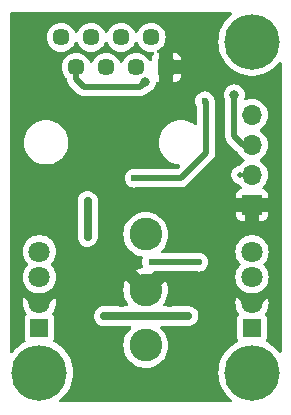
<source format=gbr>
%TF.GenerationSoftware,KiCad,Pcbnew,7.0.10*%
%TF.CreationDate,2025-01-30T23:30:39+01:00*%
%TF.ProjectId,Panel,50616e65-6c2e-46b6-9963-61645f706362,rev?*%
%TF.SameCoordinates,Original*%
%TF.FileFunction,Copper,L2,Bot*%
%TF.FilePolarity,Positive*%
%FSLAX46Y46*%
G04 Gerber Fmt 4.6, Leading zero omitted, Abs format (unit mm)*
G04 Created by KiCad (PCBNEW 7.0.10) date 2025-01-30 23:30:39*
%MOMM*%
%LPD*%
G01*
G04 APERTURE LIST*
%TA.AperFunction,ComponentPad*%
%ADD10R,1.500000X1.500000*%
%TD*%
%TA.AperFunction,ComponentPad*%
%ADD11C,1.800000*%
%TD*%
%TA.AperFunction,ComponentPad*%
%ADD12C,2.775000*%
%TD*%
%TA.AperFunction,ComponentPad*%
%ADD13C,4.700000*%
%TD*%
%TA.AperFunction,ComponentPad*%
%ADD14R,1.700000X1.700000*%
%TD*%
%TA.AperFunction,ComponentPad*%
%ADD15O,1.700000X1.700000*%
%TD*%
%TA.AperFunction,ComponentPad*%
%ADD16R,1.446000X1.446000*%
%TD*%
%TA.AperFunction,ComponentPad*%
%ADD17C,1.446000*%
%TD*%
%TA.AperFunction,ViaPad*%
%ADD18C,0.600000*%
%TD*%
%TA.AperFunction,ViaPad*%
%ADD19C,0.800000*%
%TD*%
%TA.AperFunction,Conductor*%
%ADD20C,0.700000*%
%TD*%
%TA.AperFunction,Conductor*%
%ADD21C,0.500000*%
%TD*%
G04 APERTURE END LIST*
D10*
%TO.P,D3,1,DO*%
%TO.N,unconnected-(D3-DO-Pad1)*%
X171000000Y-94238500D03*
D11*
%TO.P,D3,2,GND*%
%TO.N,GND1*%
X171000000Y-92079500D03*
%TO.P,D3,3,VDD*%
%TO.N,+5V*%
X171000000Y-89920500D03*
%TO.P,D3,4,DI*%
%TO.N,OUT_1*%
X171000000Y-87761500D03*
%TD*%
D10*
%TO.P,D1,1,DO*%
%TO.N,unconnected-(D1-DO-Pad1)*%
X153000000Y-94238500D03*
D11*
%TO.P,D1,2,GND*%
%TO.N,GND1*%
X153000000Y-92079500D03*
%TO.P,D1,3,VDD*%
%TO.N,+5V*%
X153000000Y-89920500D03*
%TO.P,D1,4,DI*%
%TO.N,OUT_1*%
X153000000Y-87761500D03*
%TD*%
D12*
%TO.P,S1,1,NO*%
%TO.N,IN1*%
X162000000Y-95700000D03*
%TO.P,S1,2,COM*%
%TO.N,GND1*%
X162000000Y-91000000D03*
%TO.P,S1,3,NO*%
%TO.N,IN2*%
X162000000Y-86300000D03*
%TD*%
D13*
%TO.P,H3,1*%
%TO.N,N/C*%
X171000000Y-98000000D03*
%TD*%
%TO.P,H1,1*%
%TO.N,N/C*%
X171000000Y-70000000D03*
%TD*%
%TO.P,H2,1*%
%TO.N,N/C*%
X153000000Y-98000000D03*
%TD*%
D14*
%TO.P,J2,1,Pin_1*%
%TO.N,GND1*%
X171000000Y-83800000D03*
D15*
%TO.P,J2,2,Pin_2*%
%TO.N,OUT2*%
X171000000Y-81260000D03*
%TO.P,J2,3,Pin_3*%
%TO.N,IN3*%
X171000000Y-78720000D03*
%TO.P,J2,4,Pin_4*%
%TO.N,IN4*%
X171000000Y-76180000D03*
%TD*%
D16*
%TO.P,J1,1*%
%TO.N,GND1*%
X163730000Y-72150000D03*
D17*
%TO.P,J1,2*%
%TO.N,OUT1*%
X162460000Y-69610000D03*
%TO.P,J1,3*%
%TO.N,OUT2*%
X161190000Y-72150000D03*
%TO.P,J1,4*%
%TO.N,IN1*%
X159920000Y-69610000D03*
%TO.P,J1,5*%
%TO.N,IN2*%
X158650000Y-72150000D03*
%TO.P,J1,6*%
%TO.N,IN3*%
X157380000Y-69610000D03*
%TO.P,J1,7*%
%TO.N,IN4*%
X156110000Y-72150000D03*
%TO.P,J1,8*%
%TO.N,V_IN*%
X154840000Y-69610000D03*
%TD*%
D18*
%TO.N,GND1*%
X151000000Y-77000000D03*
X168000000Y-68000000D03*
X151000000Y-84500000D03*
X173000000Y-91000000D03*
X173000000Y-94000000D03*
X168000000Y-82500000D03*
X159000000Y-80500000D03*
X164076000Y-89662000D03*
X159000000Y-76500000D03*
X164250000Y-83000000D03*
X156000000Y-97000000D03*
X153250000Y-68000000D03*
X160000000Y-81500000D03*
X154424000Y-73787000D03*
X160000000Y-80500000D03*
X151000000Y-94000000D03*
X159000000Y-97000000D03*
X151000000Y-80750000D03*
X173000000Y-73000000D03*
X163250000Y-83000000D03*
X173000000Y-80500000D03*
X159000000Y-77500000D03*
X160000000Y-77500000D03*
X173000000Y-77000000D03*
X151000000Y-88000000D03*
X168000000Y-94000000D03*
X163700000Y-73800000D03*
X173000000Y-83750000D03*
X168000000Y-73500000D03*
X160012000Y-89662000D03*
X165300000Y-73800000D03*
X165000000Y-97000000D03*
X153535000Y-72898000D03*
X151000000Y-86000000D03*
X160012000Y-92202000D03*
X168000000Y-97000000D03*
X173000000Y-88000000D03*
X151000000Y-91000000D03*
X164076000Y-92202000D03*
X161000000Y-80500000D03*
X169000000Y-83750000D03*
X165300000Y-72135000D03*
%TO.N,+5V*%
X165600000Y-93218000D03*
X158488000Y-93218000D03*
X157085600Y-83500000D03*
X157085600Y-86500000D03*
%TO.N,OUT1*%
X167000000Y-75000000D03*
X161028000Y-81534000D03*
D19*
%TO.N,IN3*%
X169500000Y-74500000D03*
%TO.N,IN4*%
X161950000Y-73398959D03*
D18*
%TO.N,OUT_1*%
X162500000Y-88646000D03*
X166500000Y-88646000D03*
%TD*%
D20*
%TO.N,+5V*%
X157085600Y-86500000D02*
X157085600Y-83500000D01*
X158488000Y-93218000D02*
X165600000Y-93218000D01*
D21*
%TO.N,OUT1*%
X167125000Y-75125000D02*
X167125000Y-79380204D01*
X164971204Y-81534000D02*
X161028000Y-81534000D01*
X167125000Y-79380204D02*
X164971204Y-81534000D01*
X167000000Y-75000000D02*
X167125000Y-75125000D01*
%TO.N,IN3*%
X169500000Y-74500000D02*
X169500000Y-78000000D01*
X170220000Y-78720000D02*
X171000000Y-78720000D01*
X169500000Y-78000000D02*
X170220000Y-78720000D01*
%TO.N,IN4*%
X161530959Y-73818000D02*
X156772000Y-73818000D01*
X156110000Y-72150000D02*
X156325000Y-72150000D01*
X156110000Y-73156000D02*
X156110000Y-72150000D01*
X161950000Y-73398959D02*
X161530959Y-73818000D01*
X156772000Y-73818000D02*
X156110000Y-73156000D01*
%TO.N,OUT_1*%
X162500000Y-88646000D02*
X166500000Y-88646000D01*
%TO.N,OUT2*%
X170000000Y-81260000D02*
X169980000Y-81280000D01*
%TD*%
%TA.AperFunction,Conductor*%
%TO.N,GND1*%
G36*
X169270549Y-67520185D02*
G01*
X169316304Y-67572989D01*
X169326248Y-67642147D01*
X169297223Y-67705703D01*
X169283216Y-67719489D01*
X169133127Y-67845427D01*
X169040553Y-67923107D01*
X168812690Y-68164629D01*
X168812687Y-68164632D01*
X168812685Y-68164635D01*
X168812678Y-68164643D01*
X168614406Y-68430968D01*
X168448385Y-68718525D01*
X168448379Y-68718538D01*
X168316866Y-69023419D01*
X168221634Y-69341518D01*
X168221631Y-69341532D01*
X168163977Y-69668504D01*
X168163976Y-69668515D01*
X168144669Y-69999996D01*
X168144669Y-70000003D01*
X168163976Y-70331484D01*
X168163977Y-70331495D01*
X168221631Y-70658467D01*
X168221634Y-70658481D01*
X168221635Y-70658485D01*
X168231255Y-70690618D01*
X168316866Y-70976580D01*
X168448379Y-71281461D01*
X168448385Y-71281474D01*
X168614406Y-71569031D01*
X168812678Y-71835356D01*
X168812683Y-71835362D01*
X168812690Y-71835371D01*
X169040553Y-72076893D01*
X169167758Y-72183630D01*
X169294912Y-72290325D01*
X169294920Y-72290331D01*
X169572330Y-72472787D01*
X169572334Y-72472789D01*
X169869061Y-72621811D01*
X170181082Y-72735377D01*
X170181088Y-72735378D01*
X170181090Y-72735379D01*
X170504161Y-72811949D01*
X170504168Y-72811950D01*
X170504177Y-72811952D01*
X170833977Y-72850500D01*
X170833984Y-72850500D01*
X171166016Y-72850500D01*
X171166023Y-72850500D01*
X171495823Y-72811952D01*
X171495832Y-72811949D01*
X171495838Y-72811949D01*
X171757219Y-72750000D01*
X171818918Y-72735377D01*
X172130939Y-72621811D01*
X172427666Y-72472789D01*
X172705085Y-72290327D01*
X172959447Y-72076893D01*
X173187310Y-71835371D01*
X173187322Y-71835354D01*
X173187327Y-71835349D01*
X173276037Y-71716191D01*
X173331859Y-71674171D01*
X173401537Y-71669002D01*
X173462949Y-71702325D01*
X173496596Y-71763559D01*
X173499500Y-71790238D01*
X173499500Y-96209761D01*
X173479815Y-96276800D01*
X173427011Y-96322555D01*
X173357853Y-96332499D01*
X173294297Y-96303474D01*
X173276037Y-96283809D01*
X173187321Y-96164643D01*
X173187314Y-96164635D01*
X173187310Y-96164629D01*
X172959447Y-95923107D01*
X172797153Y-95786926D01*
X172705087Y-95709674D01*
X172705079Y-95709668D01*
X172427672Y-95527214D01*
X172228864Y-95427368D01*
X172177790Y-95379690D01*
X172160601Y-95311968D01*
X172182754Y-95245703D01*
X172185252Y-95242244D01*
X172193796Y-95230831D01*
X172244091Y-95095983D01*
X172250500Y-95036373D01*
X172250499Y-93440628D01*
X172244091Y-93381017D01*
X172193796Y-93246169D01*
X172193795Y-93246168D01*
X172193793Y-93246164D01*
X172107548Y-93130957D01*
X172107546Y-93130954D01*
X172107542Y-93130951D01*
X172101807Y-93125215D01*
X172068325Y-93063890D01*
X172073312Y-92994199D01*
X172098269Y-92953547D01*
X172108581Y-92942346D01*
X172108584Y-92942342D01*
X172235482Y-92748111D01*
X172328682Y-92535635D01*
X172385638Y-92310718D01*
X172404798Y-92079505D01*
X172404798Y-92079494D01*
X172385638Y-91848281D01*
X172328682Y-91623364D01*
X172328680Y-91623360D01*
X172321359Y-91606667D01*
X171087680Y-92840346D01*
X171026357Y-92873831D01*
X170956665Y-92868847D01*
X170912318Y-92840346D01*
X170117465Y-92045492D01*
X170546190Y-92045492D01*
X170556327Y-92180765D01*
X170605887Y-92307041D01*
X170690465Y-92413099D01*
X170802547Y-92489516D01*
X170932173Y-92529500D01*
X171033724Y-92529500D01*
X171134138Y-92514365D01*
X171256357Y-92455507D01*
X171355798Y-92363240D01*
X171423625Y-92245760D01*
X171453810Y-92113508D01*
X171443673Y-91978235D01*
X171394113Y-91851959D01*
X171309535Y-91745901D01*
X171197453Y-91669484D01*
X171067827Y-91629500D01*
X170966276Y-91629500D01*
X170865862Y-91644635D01*
X170743643Y-91703493D01*
X170644202Y-91795760D01*
X170576375Y-91913240D01*
X170546190Y-92045492D01*
X170117465Y-92045492D01*
X169678640Y-91606667D01*
X169671318Y-91623361D01*
X169614361Y-91848281D01*
X169595202Y-92079494D01*
X169595202Y-92079505D01*
X169614361Y-92310718D01*
X169671317Y-92535635D01*
X169764516Y-92748109D01*
X169891417Y-92942346D01*
X169901738Y-92953558D01*
X169932659Y-93016213D01*
X169924796Y-93085639D01*
X169898195Y-93125212D01*
X169892452Y-93130955D01*
X169806206Y-93246164D01*
X169806202Y-93246171D01*
X169755908Y-93381017D01*
X169749501Y-93440616D01*
X169749500Y-93440629D01*
X169749500Y-95036370D01*
X169749501Y-95036376D01*
X169755908Y-95095983D01*
X169806202Y-95230828D01*
X169806204Y-95230831D01*
X169814750Y-95242247D01*
X169839168Y-95307711D01*
X169824317Y-95375985D01*
X169774912Y-95425390D01*
X169771135Y-95427369D01*
X169572330Y-95527212D01*
X169294920Y-95709668D01*
X169294912Y-95709674D01*
X169088936Y-95882508D01*
X169040553Y-95923107D01*
X168812690Y-96164629D01*
X168812687Y-96164632D01*
X168812685Y-96164635D01*
X168812678Y-96164643D01*
X168614406Y-96430968D01*
X168448385Y-96718525D01*
X168448379Y-96718538D01*
X168316866Y-97023419D01*
X168221634Y-97341518D01*
X168221631Y-97341532D01*
X168163977Y-97668504D01*
X168163976Y-97668515D01*
X168144669Y-97999996D01*
X168144669Y-98000003D01*
X168163976Y-98331484D01*
X168163977Y-98331495D01*
X168221631Y-98658467D01*
X168221634Y-98658481D01*
X168316866Y-98976580D01*
X168448379Y-99281461D01*
X168448385Y-99281474D01*
X168614406Y-99569031D01*
X168812678Y-99835356D01*
X168812683Y-99835362D01*
X168812690Y-99835371D01*
X169040553Y-100076893D01*
X169210724Y-100219683D01*
X169283216Y-100280511D01*
X169321918Y-100338682D01*
X169323026Y-100408543D01*
X169286189Y-100467913D01*
X169223102Y-100497942D01*
X169203510Y-100499500D01*
X154796490Y-100499500D01*
X154729451Y-100479815D01*
X154683696Y-100427011D01*
X154673752Y-100357853D01*
X154702777Y-100294297D01*
X154716784Y-100280511D01*
X154767341Y-100238087D01*
X154959447Y-100076893D01*
X155187310Y-99835371D01*
X155385594Y-99569030D01*
X155551617Y-99281470D01*
X155683133Y-98976581D01*
X155778365Y-98658485D01*
X155836024Y-98331484D01*
X155855331Y-98000000D01*
X155836024Y-97668516D01*
X155778365Y-97341515D01*
X155683133Y-97023419D01*
X155551617Y-96718530D01*
X155417546Y-96486312D01*
X155385593Y-96430968D01*
X155187321Y-96164643D01*
X155187314Y-96164635D01*
X155187310Y-96164629D01*
X154959447Y-95923107D01*
X154797153Y-95786926D01*
X154705087Y-95709674D01*
X154705079Y-95709668D01*
X154427672Y-95527214D01*
X154228864Y-95427368D01*
X154177790Y-95379690D01*
X154160601Y-95311968D01*
X154182754Y-95245703D01*
X154185252Y-95242244D01*
X154193796Y-95230831D01*
X154244091Y-95095983D01*
X154250500Y-95036373D01*
X154250499Y-93440628D01*
X154244091Y-93381017D01*
X154193796Y-93246169D01*
X154193795Y-93246168D01*
X154193793Y-93246164D01*
X154138037Y-93171685D01*
X157633740Y-93171685D01*
X157643755Y-93356406D01*
X157643755Y-93356411D01*
X157693244Y-93534656D01*
X157693247Y-93534662D01*
X157779898Y-93698102D01*
X157842540Y-93771850D01*
X157899663Y-93839100D01*
X158046936Y-93951054D01*
X158214833Y-94028732D01*
X158214834Y-94028732D01*
X158214836Y-94028733D01*
X158269648Y-94040797D01*
X158395503Y-94068500D01*
X160662102Y-94068500D01*
X160729141Y-94088185D01*
X160774896Y-94140989D01*
X160784840Y-94210147D01*
X160755815Y-94273703D01*
X160749783Y-94280181D01*
X160569509Y-94460454D01*
X160569493Y-94460472D01*
X160407657Y-94676660D01*
X160407652Y-94676668D01*
X160278230Y-94913687D01*
X160278228Y-94913691D01*
X160183848Y-95166736D01*
X160126443Y-95430617D01*
X160107177Y-95699998D01*
X160107177Y-95700001D01*
X160126443Y-95969382D01*
X160183848Y-96233263D01*
X160183850Y-96233270D01*
X160220300Y-96330996D01*
X160278228Y-96486308D01*
X160278230Y-96486312D01*
X160407652Y-96723331D01*
X160407657Y-96723339D01*
X160569493Y-96939527D01*
X160569509Y-96939545D01*
X160760454Y-97130490D01*
X160760472Y-97130506D01*
X160976660Y-97292342D01*
X160976668Y-97292347D01*
X161213687Y-97421769D01*
X161213691Y-97421771D01*
X161213693Y-97421772D01*
X161466730Y-97516150D01*
X161598676Y-97544853D01*
X161730617Y-97573556D01*
X161730619Y-97573556D01*
X161730623Y-97573557D01*
X161970007Y-97590677D01*
X161999999Y-97592823D01*
X162000000Y-97592823D01*
X162000001Y-97592823D01*
X162026987Y-97590892D01*
X162269377Y-97573557D01*
X162533270Y-97516150D01*
X162786307Y-97421772D01*
X163023337Y-97292344D01*
X163239535Y-97130500D01*
X163430500Y-96939535D01*
X163592344Y-96723337D01*
X163721772Y-96486307D01*
X163816150Y-96233270D01*
X163873557Y-95969377D01*
X163892823Y-95700000D01*
X163873557Y-95430623D01*
X163816150Y-95166730D01*
X163721772Y-94913693D01*
X163592344Y-94676663D01*
X163592342Y-94676660D01*
X163430506Y-94460472D01*
X163430490Y-94460454D01*
X163250217Y-94280181D01*
X163216732Y-94218858D01*
X163221716Y-94149166D01*
X163263588Y-94093233D01*
X163329052Y-94068816D01*
X163337898Y-94068500D01*
X165646107Y-94068500D01*
X165646113Y-94068500D01*
X165783910Y-94053514D01*
X165959221Y-93994444D01*
X166117736Y-93899070D01*
X166252041Y-93771849D01*
X166355858Y-93618730D01*
X166424331Y-93446875D01*
X166454260Y-93264317D01*
X166444245Y-93079593D01*
X166444244Y-93079588D01*
X166394755Y-92901343D01*
X166394752Y-92901337D01*
X166308101Y-92737897D01*
X166188337Y-92596900D01*
X166109449Y-92536931D01*
X166041064Y-92484946D01*
X165873167Y-92407268D01*
X165873163Y-92407266D01*
X165692497Y-92367500D01*
X163581802Y-92367500D01*
X163514763Y-92347815D01*
X163469008Y-92295011D01*
X163459064Y-92225853D01*
X163482535Y-92169189D01*
X163591924Y-92023061D01*
X163591925Y-92023060D01*
X163721313Y-91786104D01*
X163721315Y-91786100D01*
X163815670Y-91533123D01*
X163873059Y-91269310D01*
X163892321Y-91000001D01*
X163892321Y-90999998D01*
X163873059Y-90730689D01*
X163815670Y-90466876D01*
X163721317Y-90213905D01*
X163721315Y-90213900D01*
X163690698Y-90157828D01*
X162925000Y-90923526D01*
X162925000Y-90902779D01*
X162884573Y-90712585D01*
X162805486Y-90534953D01*
X162691195Y-90377645D01*
X162546696Y-90247537D01*
X162378304Y-90150316D01*
X162193378Y-90090230D01*
X162073809Y-90077662D01*
X162230965Y-89920506D01*
X169594700Y-89920506D01*
X169613864Y-90151797D01*
X169613866Y-90151808D01*
X169670842Y-90376800D01*
X169764075Y-90589348D01*
X169891016Y-90783647D01*
X169891019Y-90783651D01*
X169891021Y-90783653D01*
X170048216Y-90954413D01*
X170048219Y-90954415D01*
X170048222Y-90954418D01*
X170231365Y-91096964D01*
X170231371Y-91096968D01*
X170231374Y-91096970D01*
X170435497Y-91207436D01*
X170549487Y-91246568D01*
X170655015Y-91282797D01*
X170655017Y-91282797D01*
X170655019Y-91282798D01*
X170883951Y-91321000D01*
X170883952Y-91321000D01*
X171116048Y-91321000D01*
X171116049Y-91321000D01*
X171344981Y-91282798D01*
X171564503Y-91207436D01*
X171768626Y-91096970D01*
X171951784Y-90954413D01*
X172108979Y-90783653D01*
X172235924Y-90589349D01*
X172329157Y-90376800D01*
X172386134Y-90151805D01*
X172386162Y-90151472D01*
X172405300Y-89920506D01*
X172405300Y-89920493D01*
X172386135Y-89689202D01*
X172386133Y-89689191D01*
X172329157Y-89464199D01*
X172235924Y-89251651D01*
X172108983Y-89057352D01*
X172108980Y-89057349D01*
X172108979Y-89057347D01*
X171987128Y-88924980D01*
X171956207Y-88862328D01*
X171964067Y-88792902D01*
X171987127Y-88757020D01*
X172108979Y-88624653D01*
X172235924Y-88430349D01*
X172329157Y-88217800D01*
X172386134Y-87992805D01*
X172386135Y-87992797D01*
X172405300Y-87761506D01*
X172405300Y-87761493D01*
X172386135Y-87530202D01*
X172386133Y-87530191D01*
X172329157Y-87305199D01*
X172235924Y-87092651D01*
X172108983Y-86898352D01*
X172108980Y-86898349D01*
X172108979Y-86898347D01*
X171951784Y-86727587D01*
X171951779Y-86727583D01*
X171951777Y-86727581D01*
X171768634Y-86585035D01*
X171768628Y-86585031D01*
X171564504Y-86474564D01*
X171564495Y-86474561D01*
X171344984Y-86399202D01*
X171173282Y-86370550D01*
X171116049Y-86361000D01*
X170883951Y-86361000D01*
X170838164Y-86368640D01*
X170655015Y-86399202D01*
X170435504Y-86474561D01*
X170435495Y-86474564D01*
X170231371Y-86585031D01*
X170231365Y-86585035D01*
X170048222Y-86727581D01*
X170048219Y-86727584D01*
X169891016Y-86898352D01*
X169764075Y-87092651D01*
X169670842Y-87305199D01*
X169613866Y-87530191D01*
X169613864Y-87530202D01*
X169594700Y-87761493D01*
X169594700Y-87761506D01*
X169613864Y-87992797D01*
X169613866Y-87992808D01*
X169670842Y-88217800D01*
X169764075Y-88430348D01*
X169787858Y-88466750D01*
X169891021Y-88624653D01*
X169910675Y-88646003D01*
X170012870Y-88757018D01*
X170043792Y-88819673D01*
X170035931Y-88889099D01*
X170012870Y-88924982D01*
X169891019Y-89057349D01*
X169764075Y-89251651D01*
X169670842Y-89464199D01*
X169613866Y-89689191D01*
X169613864Y-89689202D01*
X169594700Y-89920493D01*
X169594700Y-89920506D01*
X162230965Y-89920506D01*
X162718652Y-89432819D01*
X162779975Y-89399334D01*
X162806333Y-89396500D01*
X166200028Y-89396500D01*
X166240983Y-89403458D01*
X166320745Y-89431368D01*
X166320750Y-89431369D01*
X166499996Y-89451565D01*
X166500000Y-89451565D01*
X166500004Y-89451565D01*
X166679249Y-89431369D01*
X166679252Y-89431368D01*
X166679255Y-89431368D01*
X166849522Y-89371789D01*
X167002262Y-89275816D01*
X167129816Y-89148262D01*
X167225789Y-88995522D01*
X167285368Y-88825255D01*
X167285997Y-88819673D01*
X167305565Y-88646003D01*
X167305565Y-88645996D01*
X167285369Y-88466750D01*
X167285368Y-88466745D01*
X167225788Y-88296476D01*
X167153748Y-88181826D01*
X167129816Y-88143738D01*
X167002262Y-88016184D01*
X166849523Y-87920211D01*
X166679254Y-87860631D01*
X166679249Y-87860630D01*
X166500004Y-87840435D01*
X166499996Y-87840435D01*
X166320750Y-87860630D01*
X166320745Y-87860631D01*
X166240983Y-87888542D01*
X166200028Y-87895500D01*
X163373898Y-87895500D01*
X163306859Y-87875815D01*
X163261104Y-87823011D01*
X163251160Y-87753853D01*
X163280185Y-87690297D01*
X163286217Y-87683819D01*
X163430490Y-87539545D01*
X163430500Y-87539535D01*
X163592344Y-87323337D01*
X163721772Y-87086307D01*
X163816150Y-86833270D01*
X163873557Y-86569377D01*
X163892823Y-86300000D01*
X163873557Y-86030623D01*
X163816150Y-85766730D01*
X163721772Y-85513693D01*
X163592344Y-85276663D01*
X163592342Y-85276660D01*
X163430506Y-85060472D01*
X163430490Y-85060454D01*
X163239545Y-84869509D01*
X163239527Y-84869493D01*
X163023339Y-84707657D01*
X163023331Y-84707652D01*
X162786312Y-84578230D01*
X162786308Y-84578228D01*
X162690377Y-84542448D01*
X162533270Y-84483850D01*
X162533266Y-84483849D01*
X162533263Y-84483848D01*
X162269382Y-84426443D01*
X162000001Y-84407177D01*
X161999999Y-84407177D01*
X161730617Y-84426443D01*
X161466736Y-84483848D01*
X161466731Y-84483849D01*
X161466730Y-84483850D01*
X161405551Y-84506668D01*
X161213691Y-84578228D01*
X161213687Y-84578230D01*
X160976668Y-84707652D01*
X160976660Y-84707657D01*
X160760472Y-84869493D01*
X160760454Y-84869509D01*
X160569509Y-85060454D01*
X160569493Y-85060472D01*
X160407657Y-85276660D01*
X160407652Y-85276668D01*
X160278230Y-85513687D01*
X160278228Y-85513691D01*
X160183848Y-85766736D01*
X160126443Y-86030617D01*
X160107177Y-86299998D01*
X160107177Y-86300001D01*
X160126443Y-86569382D01*
X160170774Y-86773163D01*
X160183850Y-86833270D01*
X160224055Y-86941063D01*
X160278228Y-87086308D01*
X160278230Y-87086312D01*
X160407652Y-87323331D01*
X160407657Y-87323339D01*
X160569493Y-87539527D01*
X160569509Y-87539545D01*
X160760454Y-87730490D01*
X160760472Y-87730506D01*
X160976660Y-87892342D01*
X160976668Y-87892347D01*
X161213687Y-88021769D01*
X161213691Y-88021771D01*
X161213693Y-88021772D01*
X161466730Y-88116150D01*
X161564490Y-88137416D01*
X161674112Y-88161264D01*
X161735435Y-88194749D01*
X161768920Y-88256072D01*
X161764795Y-88323385D01*
X161714633Y-88466737D01*
X161714630Y-88466750D01*
X161694435Y-88645996D01*
X161694435Y-88646003D01*
X161714630Y-88825249D01*
X161714632Y-88825257D01*
X161767563Y-88976526D01*
X161771124Y-89046305D01*
X161736395Y-89106932D01*
X161676879Y-89138646D01*
X161466877Y-89184329D01*
X161213905Y-89278682D01*
X161213900Y-89278684D01*
X161157829Y-89309301D01*
X161157828Y-89309301D01*
X161926190Y-90077662D01*
X161806622Y-90090230D01*
X161621696Y-90150316D01*
X161453304Y-90247537D01*
X161308805Y-90377645D01*
X161194514Y-90534952D01*
X161115427Y-90712585D01*
X161075000Y-90902779D01*
X161075000Y-90923527D01*
X160309301Y-90157828D01*
X160309301Y-90157829D01*
X160278684Y-90213900D01*
X160278682Y-90213905D01*
X160184329Y-90466876D01*
X160126940Y-90730689D01*
X160107679Y-90999998D01*
X160107679Y-91000001D01*
X160126940Y-91269310D01*
X160184329Y-91533123D01*
X160278684Y-91786100D01*
X160278686Y-91786104D01*
X160408074Y-92023060D01*
X160408075Y-92023061D01*
X160517465Y-92169189D01*
X160541882Y-92234654D01*
X160527030Y-92302927D01*
X160477625Y-92352332D01*
X160418198Y-92367500D01*
X158441883Y-92367500D01*
X158304088Y-92382486D01*
X158128776Y-92441557D01*
X158128774Y-92441558D01*
X157970262Y-92536931D01*
X157970261Y-92536932D01*
X157835959Y-92664149D01*
X157732138Y-92817276D01*
X157663669Y-92989122D01*
X157633740Y-93171685D01*
X154138037Y-93171685D01*
X154107548Y-93130957D01*
X154107546Y-93130954D01*
X154107542Y-93130951D01*
X154101807Y-93125215D01*
X154068325Y-93063890D01*
X154073312Y-92994199D01*
X154098269Y-92953547D01*
X154108581Y-92942346D01*
X154108584Y-92942342D01*
X154235482Y-92748111D01*
X154328682Y-92535635D01*
X154385638Y-92310718D01*
X154404798Y-92079505D01*
X154404798Y-92079494D01*
X154385638Y-91848281D01*
X154328682Y-91623364D01*
X154328680Y-91623360D01*
X154321359Y-91606667D01*
X153087680Y-92840346D01*
X153026357Y-92873831D01*
X152956665Y-92868847D01*
X152912318Y-92840346D01*
X152117465Y-92045492D01*
X152546190Y-92045492D01*
X152556327Y-92180765D01*
X152605887Y-92307041D01*
X152690465Y-92413099D01*
X152802547Y-92489516D01*
X152932173Y-92529500D01*
X153033724Y-92529500D01*
X153134138Y-92514365D01*
X153256357Y-92455507D01*
X153355798Y-92363240D01*
X153423625Y-92245760D01*
X153453810Y-92113508D01*
X153443673Y-91978235D01*
X153394113Y-91851959D01*
X153309535Y-91745901D01*
X153197453Y-91669484D01*
X153067827Y-91629500D01*
X152966276Y-91629500D01*
X152865862Y-91644635D01*
X152743643Y-91703493D01*
X152644202Y-91795760D01*
X152576375Y-91913240D01*
X152546190Y-92045492D01*
X152117465Y-92045492D01*
X151678640Y-91606667D01*
X151671318Y-91623361D01*
X151614361Y-91848281D01*
X151595202Y-92079494D01*
X151595202Y-92079505D01*
X151614361Y-92310718D01*
X151671317Y-92535635D01*
X151764516Y-92748109D01*
X151891417Y-92942346D01*
X151901738Y-92953558D01*
X151932659Y-93016213D01*
X151924796Y-93085639D01*
X151898195Y-93125212D01*
X151892452Y-93130955D01*
X151806206Y-93246164D01*
X151806202Y-93246171D01*
X151755908Y-93381017D01*
X151749501Y-93440616D01*
X151749500Y-93440629D01*
X151749500Y-95036370D01*
X151749501Y-95036376D01*
X151755908Y-95095983D01*
X151806202Y-95230828D01*
X151806204Y-95230831D01*
X151814750Y-95242247D01*
X151839168Y-95307711D01*
X151824317Y-95375985D01*
X151774912Y-95425390D01*
X151771135Y-95427369D01*
X151572330Y-95527212D01*
X151294920Y-95709668D01*
X151294912Y-95709674D01*
X151088936Y-95882508D01*
X151040553Y-95923107D01*
X150812690Y-96164629D01*
X150812687Y-96164632D01*
X150812685Y-96164635D01*
X150812678Y-96164643D01*
X150723963Y-96283809D01*
X150668140Y-96325828D01*
X150598462Y-96330996D01*
X150537051Y-96297674D01*
X150503404Y-96236439D01*
X150500500Y-96209761D01*
X150500500Y-89920506D01*
X151594700Y-89920506D01*
X151613864Y-90151797D01*
X151613866Y-90151808D01*
X151670842Y-90376800D01*
X151764075Y-90589348D01*
X151891016Y-90783647D01*
X151891019Y-90783651D01*
X151891021Y-90783653D01*
X152048216Y-90954413D01*
X152048219Y-90954415D01*
X152048222Y-90954418D01*
X152231365Y-91096964D01*
X152231371Y-91096968D01*
X152231374Y-91096970D01*
X152435497Y-91207436D01*
X152549487Y-91246568D01*
X152655015Y-91282797D01*
X152655017Y-91282797D01*
X152655019Y-91282798D01*
X152883951Y-91321000D01*
X152883952Y-91321000D01*
X153116048Y-91321000D01*
X153116049Y-91321000D01*
X153344981Y-91282798D01*
X153564503Y-91207436D01*
X153768626Y-91096970D01*
X153951784Y-90954413D01*
X154108979Y-90783653D01*
X154235924Y-90589349D01*
X154329157Y-90376800D01*
X154386134Y-90151805D01*
X154386162Y-90151472D01*
X154405300Y-89920506D01*
X154405300Y-89920493D01*
X154386135Y-89689202D01*
X154386133Y-89689191D01*
X154329157Y-89464199D01*
X154235924Y-89251651D01*
X154108983Y-89057352D01*
X154108980Y-89057349D01*
X154108979Y-89057347D01*
X153987128Y-88924980D01*
X153956207Y-88862328D01*
X153964067Y-88792902D01*
X153987127Y-88757020D01*
X154108979Y-88624653D01*
X154235924Y-88430349D01*
X154329157Y-88217800D01*
X154386134Y-87992805D01*
X154386135Y-87992797D01*
X154405300Y-87761506D01*
X154405300Y-87761493D01*
X154386135Y-87530202D01*
X154386133Y-87530191D01*
X154329157Y-87305199D01*
X154235924Y-87092651D01*
X154108983Y-86898352D01*
X154108980Y-86898349D01*
X154108979Y-86898347D01*
X153951784Y-86727587D01*
X153951779Y-86727583D01*
X153951777Y-86727581D01*
X153768634Y-86585035D01*
X153768628Y-86585031D01*
X153696720Y-86546116D01*
X156235100Y-86546116D01*
X156250086Y-86683911D01*
X156309157Y-86859223D01*
X156309158Y-86859225D01*
X156404531Y-87017737D01*
X156404532Y-87017738D01*
X156531749Y-87152040D01*
X156570030Y-87177995D01*
X156684870Y-87255858D01*
X156684873Y-87255859D01*
X156684876Y-87255861D01*
X156854215Y-87323331D01*
X156856725Y-87324331D01*
X157039283Y-87354260D01*
X157224007Y-87344245D01*
X157224011Y-87344244D01*
X157402256Y-87294755D01*
X157402256Y-87294754D01*
X157402259Y-87294754D01*
X157565704Y-87208100D01*
X157706700Y-87088337D01*
X157818654Y-86941064D01*
X157896332Y-86773167D01*
X157936100Y-86592497D01*
X157936100Y-84400000D01*
X169650000Y-84400000D01*
X169650000Y-84697844D01*
X169656401Y-84757372D01*
X169656403Y-84757379D01*
X169706645Y-84892086D01*
X169706649Y-84892093D01*
X169792809Y-85007187D01*
X169792812Y-85007190D01*
X169907906Y-85093350D01*
X169907913Y-85093354D01*
X170042620Y-85143596D01*
X170042627Y-85143598D01*
X170102155Y-85149999D01*
X170102172Y-85150000D01*
X170400000Y-85150000D01*
X170400000Y-84400000D01*
X171600000Y-84400000D01*
X171600000Y-85150000D01*
X171897828Y-85150000D01*
X171897844Y-85149999D01*
X171957372Y-85143598D01*
X171957379Y-85143596D01*
X172092086Y-85093354D01*
X172092093Y-85093350D01*
X172207187Y-85007190D01*
X172207190Y-85007187D01*
X172293350Y-84892093D01*
X172293354Y-84892086D01*
X172343596Y-84757379D01*
X172343598Y-84757372D01*
X172349999Y-84697844D01*
X172350000Y-84697827D01*
X172350000Y-84400000D01*
X171600000Y-84400000D01*
X170400000Y-84400000D01*
X169650000Y-84400000D01*
X157936100Y-84400000D01*
X157936100Y-83871889D01*
X170500000Y-83871889D01*
X170540507Y-84009844D01*
X170618239Y-84130798D01*
X170726900Y-84224952D01*
X170857685Y-84284680D01*
X170964237Y-84300000D01*
X171035763Y-84300000D01*
X171142315Y-84284680D01*
X171273100Y-84224952D01*
X171381761Y-84130798D01*
X171459493Y-84009844D01*
X171500000Y-83871889D01*
X171500000Y-83728111D01*
X171459493Y-83590156D01*
X171381761Y-83469202D01*
X171273100Y-83375048D01*
X171142315Y-83315320D01*
X171035763Y-83300000D01*
X170964237Y-83300000D01*
X170857685Y-83315320D01*
X170726900Y-83375048D01*
X170618239Y-83469202D01*
X170540507Y-83590156D01*
X170500000Y-83728111D01*
X170500000Y-83871889D01*
X157936100Y-83871889D01*
X157936100Y-83453887D01*
X157921114Y-83316090D01*
X157862044Y-83140779D01*
X157766670Y-82982264D01*
X157690803Y-82902172D01*
X157639450Y-82847959D01*
X157556765Y-82791898D01*
X157486330Y-82744142D01*
X157486327Y-82744140D01*
X157486323Y-82744138D01*
X157314477Y-82675669D01*
X157241451Y-82663697D01*
X157131917Y-82645740D01*
X157131914Y-82645740D01*
X156947193Y-82655755D01*
X156947188Y-82655755D01*
X156768943Y-82705244D01*
X156768937Y-82705247D01*
X156605497Y-82791898D01*
X156464500Y-82911662D01*
X156352546Y-83058936D01*
X156274868Y-83226832D01*
X156274866Y-83226836D01*
X156235100Y-83407502D01*
X156235100Y-86546116D01*
X153696720Y-86546116D01*
X153564504Y-86474564D01*
X153564495Y-86474561D01*
X153344984Y-86399202D01*
X153173282Y-86370550D01*
X153116049Y-86361000D01*
X152883951Y-86361000D01*
X152838164Y-86368640D01*
X152655015Y-86399202D01*
X152435504Y-86474561D01*
X152435495Y-86474564D01*
X152231371Y-86585031D01*
X152231365Y-86585035D01*
X152048222Y-86727581D01*
X152048219Y-86727584D01*
X151891016Y-86898352D01*
X151764075Y-87092651D01*
X151670842Y-87305199D01*
X151613866Y-87530191D01*
X151613864Y-87530202D01*
X151594700Y-87761493D01*
X151594700Y-87761506D01*
X151613864Y-87992797D01*
X151613866Y-87992808D01*
X151670842Y-88217800D01*
X151764075Y-88430348D01*
X151787858Y-88466750D01*
X151891021Y-88624653D01*
X151910675Y-88646003D01*
X152012870Y-88757018D01*
X152043792Y-88819673D01*
X152035931Y-88889099D01*
X152012870Y-88924982D01*
X151891019Y-89057349D01*
X151764075Y-89251651D01*
X151670842Y-89464199D01*
X151613866Y-89689191D01*
X151613864Y-89689202D01*
X151594700Y-89920493D01*
X151594700Y-89920506D01*
X150500500Y-89920506D01*
X150500500Y-81534003D01*
X160222435Y-81534003D01*
X160242630Y-81713249D01*
X160242631Y-81713254D01*
X160302211Y-81883523D01*
X160340897Y-81945091D01*
X160398184Y-82036262D01*
X160525738Y-82163816D01*
X160598025Y-82209237D01*
X160668809Y-82253714D01*
X160678478Y-82259789D01*
X160836368Y-82315037D01*
X160848745Y-82319368D01*
X160848750Y-82319369D01*
X161027996Y-82339565D01*
X161028000Y-82339565D01*
X161028004Y-82339565D01*
X161207249Y-82319369D01*
X161207252Y-82319368D01*
X161207255Y-82319368D01*
X161287017Y-82291457D01*
X161327972Y-82284500D01*
X164907499Y-82284500D01*
X164925469Y-82285809D01*
X164949227Y-82289289D01*
X164998573Y-82284971D01*
X165009380Y-82284500D01*
X165014908Y-82284500D01*
X165014913Y-82284500D01*
X165045760Y-82280893D01*
X165049234Y-82280539D01*
X165124001Y-82273999D01*
X165124009Y-82273996D01*
X165131070Y-82272539D01*
X165131082Y-82272598D01*
X165138447Y-82270965D01*
X165138433Y-82270906D01*
X165145453Y-82269241D01*
X165145459Y-82269241D01*
X165215983Y-82243572D01*
X165219321Y-82242412D01*
X165290538Y-82218814D01*
X165290546Y-82218808D01*
X165297086Y-82215760D01*
X165297112Y-82215816D01*
X165303894Y-82212532D01*
X165303867Y-82212478D01*
X165310317Y-82209238D01*
X165310321Y-82209237D01*
X165373041Y-82167984D01*
X165375936Y-82166140D01*
X165439860Y-82126712D01*
X165439866Y-82126705D01*
X165445529Y-82122229D01*
X165445566Y-82122277D01*
X165451408Y-82117518D01*
X165451368Y-82117471D01*
X165456890Y-82112835D01*
X165456900Y-82112830D01*
X165508389Y-82058253D01*
X165510836Y-82055734D01*
X167610638Y-79955931D01*
X167624267Y-79944154D01*
X167643530Y-79929814D01*
X167675366Y-79891873D01*
X167682683Y-79883888D01*
X167683992Y-79882577D01*
X167686591Y-79879980D01*
X167705853Y-79855617D01*
X167708076Y-79852890D01*
X167756302Y-79795418D01*
X167756304Y-79795413D01*
X167760274Y-79789379D01*
X167760325Y-79789412D01*
X167764369Y-79783064D01*
X167764317Y-79783032D01*
X167768106Y-79776886D01*
X167768111Y-79776881D01*
X167799832Y-79708851D01*
X167801358Y-79705700D01*
X167835040Y-79638637D01*
X167835041Y-79638632D01*
X167837508Y-79631854D01*
X167837566Y-79631875D01*
X167840043Y-79624748D01*
X167839986Y-79624730D01*
X167842256Y-79617880D01*
X167847723Y-79591401D01*
X167857439Y-79544343D01*
X167858187Y-79540966D01*
X167875500Y-79467925D01*
X167875500Y-79467921D01*
X167875501Y-79467917D01*
X167876339Y-79460752D01*
X167876398Y-79460758D01*
X167877164Y-79453258D01*
X167877105Y-79453253D01*
X167877734Y-79446063D01*
X167876330Y-79397828D01*
X167875552Y-79371073D01*
X167875500Y-79367466D01*
X167875500Y-75188705D01*
X167876809Y-75170735D01*
X167877129Y-75168547D01*
X167880289Y-75146977D01*
X167879810Y-75141506D01*
X167875972Y-75097630D01*
X167875500Y-75086822D01*
X167875500Y-75081296D01*
X167875500Y-75081291D01*
X167871901Y-75050509D01*
X167871536Y-75046929D01*
X167864999Y-74972201D01*
X167863539Y-74965129D01*
X167863597Y-74965116D01*
X167861965Y-74957757D01*
X167861906Y-74957772D01*
X167860241Y-74950751D01*
X167860241Y-74950745D01*
X167834569Y-74880212D01*
X167833421Y-74876909D01*
X167809814Y-74805666D01*
X167809810Y-74805659D01*
X167806760Y-74799118D01*
X167806815Y-74799091D01*
X167803533Y-74792313D01*
X167803480Y-74792340D01*
X167800235Y-74785880D01*
X167759016Y-74723209D01*
X167757076Y-74720164D01*
X167748184Y-74705747D01*
X167736683Y-74681608D01*
X167725790Y-74650480D01*
X167725789Y-74650478D01*
X167631237Y-74500000D01*
X168594540Y-74500000D01*
X168614326Y-74688256D01*
X168614327Y-74688259D01*
X168672818Y-74868277D01*
X168672821Y-74868284D01*
X168732817Y-74972201D01*
X168732887Y-74972321D01*
X168749500Y-75034321D01*
X168749500Y-77936294D01*
X168748191Y-77954263D01*
X168744710Y-77978025D01*
X168749028Y-78027368D01*
X168749500Y-78038176D01*
X168749500Y-78043711D01*
X168753098Y-78074495D01*
X168753464Y-78078083D01*
X168760000Y-78152791D01*
X168761461Y-78159867D01*
X168761403Y-78159878D01*
X168763034Y-78167237D01*
X168763092Y-78167224D01*
X168764757Y-78174249D01*
X168790400Y-78244705D01*
X168791582Y-78248107D01*
X168815182Y-78319326D01*
X168818236Y-78325874D01*
X168818182Y-78325898D01*
X168821470Y-78332688D01*
X168821521Y-78332663D01*
X168824761Y-78339114D01*
X168865979Y-78401784D01*
X168867889Y-78404782D01*
X168884259Y-78431320D01*
X168907289Y-78468658D01*
X168911766Y-78474319D01*
X168911719Y-78474356D01*
X168916482Y-78480202D01*
X168916528Y-78480164D01*
X168921173Y-78485699D01*
X168975707Y-78537149D01*
X168978295Y-78539663D01*
X169644270Y-79205638D01*
X169656051Y-79219270D01*
X169670388Y-79238528D01*
X169708337Y-79270372D01*
X169716310Y-79277679D01*
X169720218Y-79281587D01*
X169720222Y-79281590D01*
X169720223Y-79281591D01*
X169744571Y-79300843D01*
X169747317Y-79303080D01*
X169782876Y-79332917D01*
X169815551Y-79375499D01*
X169825963Y-79397828D01*
X169825965Y-79397831D01*
X169961501Y-79591395D01*
X169961506Y-79591402D01*
X170128597Y-79758493D01*
X170128603Y-79758498D01*
X170314158Y-79888425D01*
X170357783Y-79943002D01*
X170364977Y-80012500D01*
X170333454Y-80074855D01*
X170314158Y-80091575D01*
X170128597Y-80221505D01*
X169961508Y-80388595D01*
X169961503Y-80388601D01*
X169899796Y-80476726D01*
X169845218Y-80520350D01*
X169837225Y-80523307D01*
X169680669Y-80575183D01*
X169531345Y-80667287D01*
X169418410Y-80780221D01*
X169336887Y-80883325D01*
X169262742Y-81042328D01*
X169227266Y-81214141D01*
X169227266Y-81214143D01*
X169227266Y-81214144D01*
X169232369Y-81389512D01*
X169232369Y-81389515D01*
X169232370Y-81389516D01*
X169277776Y-81558975D01*
X169277777Y-81558976D01*
X169361041Y-81713400D01*
X169477674Y-81844459D01*
X169621388Y-81945088D01*
X169621393Y-81945090D01*
X169621395Y-81945091D01*
X169784430Y-82009861D01*
X169784433Y-82009862D01*
X169833990Y-82017121D01*
X169897467Y-82046312D01*
X169917588Y-82068682D01*
X169961505Y-82131401D01*
X169961509Y-82131405D01*
X170083818Y-82253714D01*
X170117303Y-82315037D01*
X170112319Y-82384729D01*
X170070447Y-82440662D01*
X170039471Y-82457577D01*
X169907912Y-82506646D01*
X169907906Y-82506649D01*
X169792812Y-82592809D01*
X169792809Y-82592812D01*
X169706649Y-82707906D01*
X169706645Y-82707913D01*
X169656403Y-82842620D01*
X169656401Y-82842627D01*
X169650000Y-82902155D01*
X169650000Y-83200000D01*
X172350000Y-83200000D01*
X172350000Y-82902172D01*
X172349999Y-82902155D01*
X172343598Y-82842627D01*
X172343596Y-82842620D01*
X172293354Y-82707913D01*
X172293350Y-82707906D01*
X172207190Y-82592812D01*
X172207187Y-82592809D01*
X172092093Y-82506649D01*
X172092088Y-82506646D01*
X171960528Y-82457577D01*
X171904595Y-82415705D01*
X171880178Y-82350241D01*
X171895030Y-82281968D01*
X171916175Y-82253720D01*
X172038495Y-82131401D01*
X172174035Y-81937830D01*
X172273903Y-81723663D01*
X172335063Y-81495408D01*
X172355659Y-81260000D01*
X172335063Y-81024592D01*
X172273903Y-80796337D01*
X172174035Y-80582171D01*
X172132819Y-80523307D01*
X172038494Y-80388597D01*
X171871402Y-80221506D01*
X171871396Y-80221501D01*
X171685842Y-80091575D01*
X171642217Y-80036998D01*
X171635023Y-79967500D01*
X171666546Y-79905145D01*
X171685842Y-79888425D01*
X171804665Y-79805224D01*
X171871401Y-79758495D01*
X172038495Y-79591401D01*
X172174035Y-79397830D01*
X172273903Y-79183663D01*
X172335063Y-78955408D01*
X172355659Y-78720000D01*
X172335063Y-78484592D01*
X172273903Y-78256337D01*
X172174035Y-78042171D01*
X172167449Y-78032764D01*
X172038494Y-77848597D01*
X171871402Y-77681506D01*
X171871396Y-77681501D01*
X171685842Y-77551575D01*
X171642217Y-77496998D01*
X171635023Y-77427500D01*
X171666546Y-77365145D01*
X171685842Y-77348425D01*
X171759170Y-77297080D01*
X171871401Y-77218495D01*
X172038495Y-77051401D01*
X172174035Y-76857830D01*
X172273903Y-76643663D01*
X172335063Y-76415408D01*
X172355659Y-76180000D01*
X172335063Y-75944592D01*
X172273903Y-75716337D01*
X172174035Y-75502171D01*
X172157728Y-75478881D01*
X172038494Y-75308597D01*
X171871402Y-75141506D01*
X171871395Y-75141501D01*
X171677834Y-75005967D01*
X171677830Y-75005965D01*
X171590229Y-74965116D01*
X171463663Y-74906097D01*
X171463659Y-74906096D01*
X171463655Y-74906094D01*
X171235413Y-74844938D01*
X171235403Y-74844936D01*
X171000001Y-74824341D01*
X170999999Y-74824341D01*
X170764596Y-74844936D01*
X170764586Y-74844938D01*
X170536344Y-74906094D01*
X170536323Y-74906102D01*
X170533797Y-74907280D01*
X170532581Y-74907464D01*
X170531256Y-74907947D01*
X170531158Y-74907680D01*
X170464719Y-74917764D01*
X170400938Y-74889237D01*
X170362706Y-74830756D01*
X170362159Y-74760888D01*
X170363465Y-74756604D01*
X170385674Y-74688256D01*
X170405460Y-74500000D01*
X170385674Y-74311744D01*
X170327179Y-74131716D01*
X170232533Y-73967784D01*
X170105871Y-73827112D01*
X170105870Y-73827111D01*
X169952734Y-73715851D01*
X169952729Y-73715848D01*
X169779807Y-73638857D01*
X169779802Y-73638855D01*
X169634001Y-73607865D01*
X169594646Y-73599500D01*
X169405354Y-73599500D01*
X169372897Y-73606398D01*
X169220197Y-73638855D01*
X169220192Y-73638857D01*
X169047270Y-73715848D01*
X169047265Y-73715851D01*
X168894129Y-73827111D01*
X168767466Y-73967785D01*
X168672821Y-74131715D01*
X168672818Y-74131722D01*
X168614885Y-74310024D01*
X168614326Y-74311744D01*
X168594540Y-74500000D01*
X167631237Y-74500000D01*
X167629816Y-74497738D01*
X167502262Y-74370184D01*
X167448702Y-74336530D01*
X167349523Y-74274211D01*
X167179254Y-74214631D01*
X167179249Y-74214630D01*
X167000004Y-74194435D01*
X166999996Y-74194435D01*
X166820750Y-74214630D01*
X166820745Y-74214631D01*
X166650476Y-74274211D01*
X166497737Y-74370184D01*
X166370184Y-74497737D01*
X166274211Y-74650476D01*
X166214631Y-74820745D01*
X166214630Y-74820750D01*
X166194435Y-74999996D01*
X166194435Y-75000003D01*
X166214630Y-75179249D01*
X166214631Y-75179254D01*
X166274211Y-75349524D01*
X166355493Y-75478881D01*
X166374500Y-75544854D01*
X166374500Y-76935737D01*
X166354815Y-77002776D01*
X166302011Y-77048531D01*
X166232853Y-77058475D01*
X166169297Y-77029450D01*
X166167754Y-77028090D01*
X166149327Y-77011580D01*
X166149324Y-77011578D01*
X166149323Y-77011577D01*
X165920359Y-76860096D01*
X165671779Y-76743567D01*
X165524362Y-76699216D01*
X165408879Y-76664472D01*
X165267425Y-76643655D01*
X165137269Y-76624500D01*
X164931453Y-76624500D01*
X164931435Y-76624500D01*
X164726195Y-76639523D01*
X164726185Y-76639524D01*
X164458229Y-76699214D01*
X164458224Y-76699216D01*
X164201799Y-76797290D01*
X163962392Y-76931652D01*
X163962387Y-76931655D01*
X163745097Y-77099441D01*
X163745088Y-77099450D01*
X163554549Y-77297080D01*
X163554547Y-77297082D01*
X163394805Y-77520361D01*
X163394802Y-77520366D01*
X163269275Y-77764515D01*
X163269271Y-77764525D01*
X163180632Y-78024344D01*
X163180629Y-78024358D01*
X163130765Y-78294314D01*
X163130763Y-78294334D01*
X163120737Y-78568678D01*
X163150762Y-78841559D01*
X163150763Y-78841569D01*
X163220202Y-79107178D01*
X163316130Y-79332917D01*
X163327577Y-79359852D01*
X163438046Y-79540862D01*
X163470592Y-79594191D01*
X163470599Y-79594201D01*
X163646199Y-79805207D01*
X163646204Y-79805212D01*
X163646209Y-79805218D01*
X163646216Y-79805224D01*
X163850672Y-79988419D01*
X163850674Y-79988420D01*
X163850677Y-79988423D01*
X164079641Y-80139904D01*
X164328221Y-80256433D01*
X164591119Y-80335527D01*
X164797892Y-80365957D01*
X164861350Y-80395193D01*
X164898929Y-80454096D01*
X164898698Y-80523966D01*
X164867518Y-80576317D01*
X164696655Y-80747181D01*
X164635332Y-80780666D01*
X164608974Y-80783500D01*
X161327972Y-80783500D01*
X161287017Y-80776542D01*
X161207254Y-80748631D01*
X161207249Y-80748630D01*
X161028004Y-80728435D01*
X161027996Y-80728435D01*
X160848750Y-80748630D01*
X160848745Y-80748631D01*
X160678476Y-80808211D01*
X160525737Y-80904184D01*
X160398184Y-81031737D01*
X160302211Y-81184476D01*
X160242631Y-81354745D01*
X160242630Y-81354750D01*
X160222435Y-81533996D01*
X160222435Y-81534003D01*
X150500500Y-81534003D01*
X150500500Y-78568678D01*
X151690737Y-78568678D01*
X151720762Y-78841559D01*
X151720763Y-78841569D01*
X151790202Y-79107178D01*
X151886130Y-79332917D01*
X151897577Y-79359852D01*
X152008046Y-79540862D01*
X152040592Y-79594191D01*
X152040599Y-79594201D01*
X152216199Y-79805207D01*
X152216204Y-79805212D01*
X152216209Y-79805218D01*
X152216216Y-79805224D01*
X152420672Y-79988419D01*
X152420674Y-79988420D01*
X152420677Y-79988423D01*
X152649641Y-80139904D01*
X152898221Y-80256433D01*
X153161119Y-80335527D01*
X153432731Y-80375500D01*
X153432736Y-80375500D01*
X153638545Y-80375500D01*
X153638547Y-80375500D01*
X153638552Y-80375499D01*
X153638564Y-80375499D01*
X153676614Y-80372713D01*
X153843805Y-80360477D01*
X154111775Y-80300784D01*
X154368198Y-80202711D01*
X154607609Y-80068347D01*
X154824904Y-79900557D01*
X155015454Y-79702916D01*
X155175196Y-79479637D01*
X155300727Y-79235479D01*
X155389370Y-78975646D01*
X155439236Y-78705674D01*
X155449262Y-78431320D01*
X155419236Y-78158429D01*
X155349796Y-77892818D01*
X155242423Y-77640148D01*
X155099405Y-77405804D01*
X155065568Y-77365145D01*
X154923800Y-77194792D01*
X154923795Y-77194787D01*
X154923791Y-77194782D01*
X154771664Y-77058475D01*
X154719327Y-77011580D01*
X154719324Y-77011578D01*
X154719323Y-77011577D01*
X154490359Y-76860096D01*
X154241779Y-76743567D01*
X154094362Y-76699216D01*
X153978879Y-76664472D01*
X153837425Y-76643655D01*
X153707269Y-76624500D01*
X153501453Y-76624500D01*
X153501435Y-76624500D01*
X153296195Y-76639523D01*
X153296185Y-76639524D01*
X153028229Y-76699214D01*
X153028224Y-76699216D01*
X152771799Y-76797290D01*
X152532392Y-76931652D01*
X152532387Y-76931655D01*
X152315097Y-77099441D01*
X152315088Y-77099450D01*
X152124549Y-77297080D01*
X152124547Y-77297082D01*
X151964805Y-77520361D01*
X151964802Y-77520366D01*
X151839275Y-77764515D01*
X151839271Y-77764525D01*
X151750632Y-78024344D01*
X151750629Y-78024358D01*
X151700765Y-78294314D01*
X151700763Y-78294334D01*
X151690737Y-78568678D01*
X150500500Y-78568678D01*
X150500500Y-69610000D01*
X153611826Y-69610000D01*
X153630484Y-69823265D01*
X153630486Y-69823275D01*
X153685891Y-70030052D01*
X153685893Y-70030056D01*
X153685894Y-70030060D01*
X153776370Y-70224087D01*
X153776372Y-70224091D01*
X153899160Y-70399450D01*
X153899165Y-70399456D01*
X154050543Y-70550834D01*
X154050549Y-70550839D01*
X154225908Y-70673627D01*
X154225910Y-70673628D01*
X154225913Y-70673630D01*
X154419940Y-70764106D01*
X154626730Y-70819515D01*
X154797346Y-70834442D01*
X154839999Y-70838174D01*
X154840000Y-70838174D01*
X154840001Y-70838174D01*
X154875545Y-70835064D01*
X155053270Y-70819515D01*
X155260060Y-70764106D01*
X155454087Y-70673630D01*
X155629455Y-70550836D01*
X155780836Y-70399455D01*
X155903630Y-70224087D01*
X155994106Y-70030060D01*
X155994106Y-70030059D01*
X155996394Y-70025153D01*
X155997858Y-70025835D01*
X156034904Y-69975521D01*
X156100172Y-69950585D01*
X156168561Y-69964894D01*
X156218357Y-70013906D01*
X156223513Y-70025196D01*
X156223606Y-70025153D01*
X156225893Y-70030059D01*
X156225894Y-70030060D01*
X156316370Y-70224087D01*
X156316372Y-70224091D01*
X156439160Y-70399450D01*
X156439165Y-70399456D01*
X156590543Y-70550834D01*
X156590549Y-70550839D01*
X156765908Y-70673627D01*
X156765910Y-70673628D01*
X156765913Y-70673630D01*
X156959940Y-70764106D01*
X157166730Y-70819515D01*
X157337346Y-70834442D01*
X157379999Y-70838174D01*
X157380000Y-70838174D01*
X157380001Y-70838174D01*
X157415545Y-70835064D01*
X157593270Y-70819515D01*
X157800060Y-70764106D01*
X157994087Y-70673630D01*
X158169455Y-70550836D01*
X158320836Y-70399455D01*
X158443630Y-70224087D01*
X158534106Y-70030060D01*
X158534106Y-70030059D01*
X158536394Y-70025153D01*
X158537858Y-70025835D01*
X158574904Y-69975521D01*
X158640172Y-69950585D01*
X158708561Y-69964894D01*
X158758357Y-70013906D01*
X158763513Y-70025196D01*
X158763606Y-70025153D01*
X158765893Y-70030059D01*
X158765894Y-70030060D01*
X158856370Y-70224087D01*
X158856372Y-70224091D01*
X158979160Y-70399450D01*
X158979165Y-70399456D01*
X159130543Y-70550834D01*
X159130549Y-70550839D01*
X159305908Y-70673627D01*
X159305910Y-70673628D01*
X159305913Y-70673630D01*
X159499940Y-70764106D01*
X159706730Y-70819515D01*
X159877346Y-70834442D01*
X159919999Y-70838174D01*
X159920000Y-70838174D01*
X159920001Y-70838174D01*
X159955545Y-70835064D01*
X160133270Y-70819515D01*
X160340060Y-70764106D01*
X160534087Y-70673630D01*
X160709455Y-70550836D01*
X160860836Y-70399455D01*
X160983630Y-70224087D01*
X161074106Y-70030060D01*
X161074106Y-70030059D01*
X161076394Y-70025153D01*
X161077858Y-70025835D01*
X161114904Y-69975521D01*
X161180172Y-69950585D01*
X161248561Y-69964894D01*
X161298357Y-70013906D01*
X161303513Y-70025196D01*
X161303606Y-70025153D01*
X161305893Y-70030059D01*
X161305894Y-70030060D01*
X161396370Y-70224087D01*
X161396372Y-70224091D01*
X161519160Y-70399450D01*
X161519165Y-70399456D01*
X161670543Y-70550834D01*
X161670549Y-70550839D01*
X161845908Y-70673627D01*
X161845910Y-70673628D01*
X161845913Y-70673630D01*
X162039940Y-70764106D01*
X162246730Y-70819515D01*
X162417346Y-70834442D01*
X162459999Y-70838174D01*
X162460000Y-70838174D01*
X162460001Y-70838174D01*
X162510857Y-70833724D01*
X162591922Y-70826632D01*
X162660422Y-70840398D01*
X162710605Y-70889014D01*
X162726539Y-70957042D01*
X162703164Y-71022886D01*
X162677042Y-71049426D01*
X162649809Y-71069812D01*
X162563649Y-71184906D01*
X162563645Y-71184913D01*
X162513403Y-71319620D01*
X162513401Y-71319627D01*
X162507000Y-71379155D01*
X162507000Y-71519939D01*
X162487315Y-71586978D01*
X162434511Y-71632733D01*
X162365353Y-71642677D01*
X162301797Y-71613652D01*
X162270618Y-71572344D01*
X162269073Y-71569030D01*
X162253630Y-71535913D01*
X162253627Y-71535909D01*
X162253627Y-71535908D01*
X162130839Y-71360549D01*
X162130834Y-71360543D01*
X161979456Y-71209165D01*
X161979450Y-71209160D01*
X161804091Y-71086372D01*
X161804087Y-71086370D01*
X161724860Y-71049426D01*
X161610060Y-70995894D01*
X161610056Y-70995893D01*
X161610052Y-70995891D01*
X161403275Y-70940486D01*
X161403265Y-70940484D01*
X161190001Y-70921826D01*
X161189999Y-70921826D01*
X160976734Y-70940484D01*
X160976724Y-70940486D01*
X160769947Y-70995891D01*
X160769938Y-70995895D01*
X160575912Y-71086370D01*
X160575908Y-71086372D01*
X160400549Y-71209160D01*
X160400543Y-71209165D01*
X160249165Y-71360543D01*
X160249160Y-71360549D01*
X160126372Y-71535908D01*
X160126370Y-71535912D01*
X160126370Y-71535913D01*
X160040545Y-71719967D01*
X160033606Y-71734847D01*
X160032143Y-71734165D01*
X159995087Y-71784485D01*
X159929816Y-71809415D01*
X159861429Y-71795099D01*
X159811637Y-71746083D01*
X159806486Y-71734803D01*
X159806394Y-71734847D01*
X159804105Y-71729938D01*
X159713630Y-71535913D01*
X159713628Y-71535910D01*
X159713627Y-71535908D01*
X159590839Y-71360549D01*
X159590834Y-71360543D01*
X159439456Y-71209165D01*
X159439450Y-71209160D01*
X159264091Y-71086372D01*
X159264087Y-71086370D01*
X159184860Y-71049426D01*
X159070060Y-70995894D01*
X159070056Y-70995893D01*
X159070052Y-70995891D01*
X158863275Y-70940486D01*
X158863265Y-70940484D01*
X158650001Y-70921826D01*
X158649999Y-70921826D01*
X158436734Y-70940484D01*
X158436724Y-70940486D01*
X158229947Y-70995891D01*
X158229938Y-70995895D01*
X158035912Y-71086370D01*
X158035908Y-71086372D01*
X157860549Y-71209160D01*
X157860543Y-71209165D01*
X157709165Y-71360543D01*
X157709160Y-71360549D01*
X157586372Y-71535908D01*
X157586370Y-71535912D01*
X157586370Y-71535913D01*
X157500545Y-71719967D01*
X157493606Y-71734847D01*
X157492143Y-71734165D01*
X157455087Y-71784485D01*
X157389816Y-71809415D01*
X157321429Y-71795099D01*
X157271637Y-71746083D01*
X157266486Y-71734803D01*
X157266394Y-71734847D01*
X157264105Y-71729938D01*
X157173630Y-71535913D01*
X157173628Y-71535910D01*
X157173627Y-71535908D01*
X157050839Y-71360549D01*
X157050834Y-71360543D01*
X156899456Y-71209165D01*
X156899450Y-71209160D01*
X156724091Y-71086372D01*
X156724087Y-71086370D01*
X156644860Y-71049426D01*
X156530060Y-70995894D01*
X156530056Y-70995893D01*
X156530052Y-70995891D01*
X156323275Y-70940486D01*
X156323265Y-70940484D01*
X156110001Y-70921826D01*
X156109999Y-70921826D01*
X155896734Y-70940484D01*
X155896724Y-70940486D01*
X155689947Y-70995891D01*
X155689938Y-70995895D01*
X155495912Y-71086370D01*
X155495908Y-71086372D01*
X155320549Y-71209160D01*
X155320543Y-71209165D01*
X155169165Y-71360543D01*
X155169160Y-71360549D01*
X155046372Y-71535908D01*
X155046370Y-71535912D01*
X155029382Y-71572344D01*
X154960545Y-71719967D01*
X154955895Y-71729938D01*
X154955891Y-71729947D01*
X154900486Y-71936724D01*
X154900484Y-71936734D01*
X154881826Y-72149999D01*
X154881826Y-72150000D01*
X154900484Y-72363265D01*
X154900486Y-72363275D01*
X154955891Y-72570052D01*
X154955893Y-72570056D01*
X154955894Y-72570060D01*
X154980026Y-72621811D01*
X155046370Y-72764087D01*
X155046372Y-72764091D01*
X155168553Y-72938583D01*
X155169164Y-72939455D01*
X155260384Y-73030675D01*
X155321933Y-73092224D01*
X155355417Y-73153547D01*
X155357779Y-73169094D01*
X155359028Y-73183365D01*
X155359500Y-73194176D01*
X155359500Y-73199711D01*
X155363098Y-73230495D01*
X155363464Y-73234083D01*
X155370000Y-73308791D01*
X155371461Y-73315867D01*
X155371403Y-73315878D01*
X155373034Y-73323237D01*
X155373092Y-73323224D01*
X155374757Y-73330249D01*
X155374758Y-73330254D01*
X155374759Y-73330255D01*
X155399764Y-73398959D01*
X155400400Y-73400705D01*
X155401582Y-73404107D01*
X155425182Y-73475326D01*
X155428236Y-73481874D01*
X155428182Y-73481898D01*
X155431470Y-73488688D01*
X155431521Y-73488663D01*
X155434761Y-73495114D01*
X155475979Y-73557784D01*
X155477889Y-73560782D01*
X155508972Y-73611174D01*
X155517289Y-73624658D01*
X155521766Y-73630319D01*
X155521719Y-73630356D01*
X155526482Y-73636202D01*
X155526528Y-73636164D01*
X155531173Y-73641699D01*
X155585709Y-73693151D01*
X155588297Y-73695665D01*
X156196268Y-74303635D01*
X156208049Y-74317267D01*
X156222390Y-74336530D01*
X156260343Y-74368376D01*
X156268319Y-74375686D01*
X156272219Y-74379587D01*
X156296544Y-74398821D01*
X156299340Y-74401099D01*
X156327062Y-74424360D01*
X156356786Y-74449302D01*
X156356794Y-74449306D01*
X156362824Y-74453273D01*
X156362790Y-74453323D01*
X156369137Y-74457366D01*
X156369169Y-74457316D01*
X156375321Y-74461110D01*
X156443294Y-74492806D01*
X156446510Y-74494362D01*
X156513567Y-74528040D01*
X156513576Y-74528042D01*
X156520355Y-74530510D01*
X156520334Y-74530567D01*
X156527451Y-74533040D01*
X156527470Y-74532984D01*
X156534324Y-74535255D01*
X156534325Y-74535255D01*
X156534327Y-74535256D01*
X156607848Y-74550436D01*
X156611209Y-74551181D01*
X156684279Y-74568500D01*
X156684285Y-74568500D01*
X156691452Y-74569338D01*
X156691445Y-74569397D01*
X156698946Y-74570163D01*
X156698952Y-74570104D01*
X156706141Y-74570733D01*
X156706143Y-74570732D01*
X156706144Y-74570733D01*
X156781111Y-74568552D01*
X156784717Y-74568500D01*
X161467254Y-74568500D01*
X161485224Y-74569809D01*
X161508982Y-74573289D01*
X161558328Y-74568971D01*
X161569135Y-74568500D01*
X161574663Y-74568500D01*
X161574668Y-74568500D01*
X161605515Y-74564893D01*
X161608989Y-74564539D01*
X161683756Y-74557999D01*
X161683764Y-74557996D01*
X161690825Y-74556539D01*
X161690837Y-74556598D01*
X161698202Y-74554965D01*
X161698188Y-74554906D01*
X161705208Y-74553241D01*
X161705214Y-74553241D01*
X161775738Y-74527572D01*
X161779076Y-74526412D01*
X161850293Y-74502814D01*
X161850301Y-74502808D01*
X161856841Y-74499760D01*
X161856867Y-74499816D01*
X161863649Y-74496532D01*
X161863622Y-74496478D01*
X161870072Y-74493238D01*
X161870076Y-74493237D01*
X161932796Y-74451984D01*
X161935691Y-74450140D01*
X161999615Y-74410712D01*
X161999621Y-74410705D01*
X162005284Y-74406229D01*
X162005321Y-74406277D01*
X162011163Y-74401518D01*
X162011123Y-74401471D01*
X162016645Y-74396835D01*
X162016655Y-74396830D01*
X162068129Y-74342269D01*
X162070610Y-74339716D01*
X162102770Y-74307556D01*
X162164093Y-74274071D01*
X162164671Y-74273947D01*
X162194101Y-74267691D01*
X162229803Y-74260103D01*
X162229806Y-74260101D01*
X162229808Y-74260101D01*
X162331931Y-74214632D01*
X162402730Y-74183110D01*
X162555871Y-74071847D01*
X162682533Y-73931175D01*
X162777179Y-73767243D01*
X162835674Y-73587215D01*
X162846518Y-73484035D01*
X162873101Y-73419424D01*
X162930398Y-73379439D01*
X162969838Y-73373000D01*
X163130000Y-73373000D01*
X163130000Y-72750000D01*
X164330000Y-72750000D01*
X164330000Y-73373000D01*
X164500828Y-73373000D01*
X164500844Y-73372999D01*
X164560372Y-73366598D01*
X164560379Y-73366596D01*
X164695086Y-73316354D01*
X164695093Y-73316350D01*
X164810187Y-73230190D01*
X164810190Y-73230187D01*
X164896350Y-73115093D01*
X164896354Y-73115086D01*
X164946596Y-72980379D01*
X164946598Y-72980372D01*
X164952999Y-72920844D01*
X164953000Y-72920827D01*
X164953000Y-72750000D01*
X164330000Y-72750000D01*
X163130000Y-72750000D01*
X163130000Y-72116370D01*
X163281232Y-72116370D01*
X163291257Y-72250140D01*
X163340266Y-72375013D01*
X163423905Y-72479892D01*
X163534741Y-72555459D01*
X163662927Y-72595000D01*
X163763346Y-72595000D01*
X163862647Y-72580033D01*
X163983509Y-72521829D01*
X164081844Y-72430587D01*
X164148917Y-72314413D01*
X164178768Y-72183630D01*
X164168743Y-72049860D01*
X164119734Y-71924987D01*
X164036095Y-71820108D01*
X163925259Y-71744541D01*
X163797073Y-71705000D01*
X163696654Y-71705000D01*
X163597353Y-71719967D01*
X163476491Y-71778171D01*
X163378156Y-71869413D01*
X163311083Y-71985587D01*
X163281232Y-72116370D01*
X163130000Y-72116370D01*
X163130000Y-70927000D01*
X164330000Y-70927000D01*
X164330000Y-71550000D01*
X164953000Y-71550000D01*
X164953000Y-71379172D01*
X164952999Y-71379155D01*
X164946598Y-71319627D01*
X164946596Y-71319620D01*
X164896354Y-71184913D01*
X164896350Y-71184906D01*
X164810190Y-71069812D01*
X164810187Y-71069809D01*
X164695093Y-70983649D01*
X164695086Y-70983645D01*
X164560379Y-70933403D01*
X164560372Y-70933401D01*
X164500844Y-70927000D01*
X164330000Y-70927000D01*
X163130000Y-70927000D01*
X163090060Y-70927000D01*
X163023021Y-70907315D01*
X162977266Y-70854511D01*
X162967322Y-70785353D01*
X162996347Y-70721797D01*
X163037656Y-70690618D01*
X163074087Y-70673630D01*
X163249455Y-70550836D01*
X163400836Y-70399455D01*
X163523630Y-70224087D01*
X163614106Y-70030060D01*
X163669515Y-69823270D01*
X163688174Y-69610000D01*
X163669515Y-69396730D01*
X163627443Y-69239718D01*
X163614108Y-69189947D01*
X163614107Y-69189946D01*
X163614106Y-69189940D01*
X163523630Y-68995913D01*
X163523628Y-68995910D01*
X163523627Y-68995908D01*
X163400839Y-68820549D01*
X163400834Y-68820543D01*
X163249456Y-68669165D01*
X163249450Y-68669160D01*
X163074091Y-68546372D01*
X163074087Y-68546370D01*
X162880060Y-68455894D01*
X162880056Y-68455893D01*
X162880052Y-68455891D01*
X162673275Y-68400486D01*
X162673265Y-68400484D01*
X162460001Y-68381826D01*
X162459999Y-68381826D01*
X162246734Y-68400484D01*
X162246724Y-68400486D01*
X162039947Y-68455891D01*
X162039938Y-68455895D01*
X161845912Y-68546370D01*
X161845908Y-68546372D01*
X161670549Y-68669160D01*
X161670543Y-68669165D01*
X161519165Y-68820543D01*
X161519160Y-68820549D01*
X161396372Y-68995908D01*
X161396370Y-68995912D01*
X161303606Y-69194847D01*
X161302143Y-69194165D01*
X161265087Y-69244485D01*
X161199816Y-69269415D01*
X161131429Y-69255099D01*
X161081637Y-69206083D01*
X161076486Y-69194803D01*
X161076394Y-69194847D01*
X160996456Y-69023419D01*
X160983630Y-68995913D01*
X160983628Y-68995910D01*
X160983627Y-68995908D01*
X160860839Y-68820549D01*
X160860834Y-68820543D01*
X160709456Y-68669165D01*
X160709450Y-68669160D01*
X160534091Y-68546372D01*
X160534087Y-68546370D01*
X160340060Y-68455894D01*
X160340056Y-68455893D01*
X160340052Y-68455891D01*
X160133275Y-68400486D01*
X160133265Y-68400484D01*
X159920001Y-68381826D01*
X159919999Y-68381826D01*
X159706734Y-68400484D01*
X159706724Y-68400486D01*
X159499947Y-68455891D01*
X159499938Y-68455895D01*
X159305912Y-68546370D01*
X159305908Y-68546372D01*
X159130549Y-68669160D01*
X159130543Y-68669165D01*
X158979165Y-68820543D01*
X158979160Y-68820549D01*
X158856372Y-68995908D01*
X158856370Y-68995912D01*
X158763606Y-69194847D01*
X158762143Y-69194165D01*
X158725087Y-69244485D01*
X158659816Y-69269415D01*
X158591429Y-69255099D01*
X158541637Y-69206083D01*
X158536486Y-69194803D01*
X158536394Y-69194847D01*
X158456456Y-69023419D01*
X158443630Y-68995913D01*
X158443628Y-68995910D01*
X158443627Y-68995908D01*
X158320839Y-68820549D01*
X158320834Y-68820543D01*
X158169456Y-68669165D01*
X158169450Y-68669160D01*
X157994091Y-68546372D01*
X157994087Y-68546370D01*
X157800060Y-68455894D01*
X157800056Y-68455893D01*
X157800052Y-68455891D01*
X157593275Y-68400486D01*
X157593265Y-68400484D01*
X157380001Y-68381826D01*
X157379999Y-68381826D01*
X157166734Y-68400484D01*
X157166724Y-68400486D01*
X156959947Y-68455891D01*
X156959938Y-68455895D01*
X156765912Y-68546370D01*
X156765908Y-68546372D01*
X156590549Y-68669160D01*
X156590543Y-68669165D01*
X156439165Y-68820543D01*
X156439160Y-68820549D01*
X156316372Y-68995908D01*
X156316370Y-68995912D01*
X156223606Y-69194847D01*
X156222143Y-69194165D01*
X156185087Y-69244485D01*
X156119816Y-69269415D01*
X156051429Y-69255099D01*
X156001637Y-69206083D01*
X155996486Y-69194803D01*
X155996394Y-69194847D01*
X155916456Y-69023419D01*
X155903630Y-68995913D01*
X155903628Y-68995910D01*
X155903627Y-68995908D01*
X155780839Y-68820549D01*
X155780834Y-68820543D01*
X155629456Y-68669165D01*
X155629450Y-68669160D01*
X155454091Y-68546372D01*
X155454087Y-68546370D01*
X155260060Y-68455894D01*
X155260056Y-68455893D01*
X155260052Y-68455891D01*
X155053275Y-68400486D01*
X155053265Y-68400484D01*
X154840001Y-68381826D01*
X154839999Y-68381826D01*
X154626734Y-68400484D01*
X154626724Y-68400486D01*
X154419947Y-68455891D01*
X154419938Y-68455895D01*
X154225912Y-68546370D01*
X154225908Y-68546372D01*
X154050549Y-68669160D01*
X154050543Y-68669165D01*
X153899165Y-68820543D01*
X153899160Y-68820549D01*
X153776372Y-68995908D01*
X153776370Y-68995912D01*
X153685895Y-69189938D01*
X153685891Y-69189947D01*
X153630486Y-69396724D01*
X153630484Y-69396734D01*
X153611826Y-69609999D01*
X153611826Y-69610000D01*
X150500500Y-69610000D01*
X150500500Y-67624500D01*
X150520185Y-67557461D01*
X150572989Y-67511706D01*
X150624500Y-67500500D01*
X169203510Y-67500500D01*
X169270549Y-67520185D01*
G37*
%TD.AperFunction*%
%TD*%
M02*

</source>
